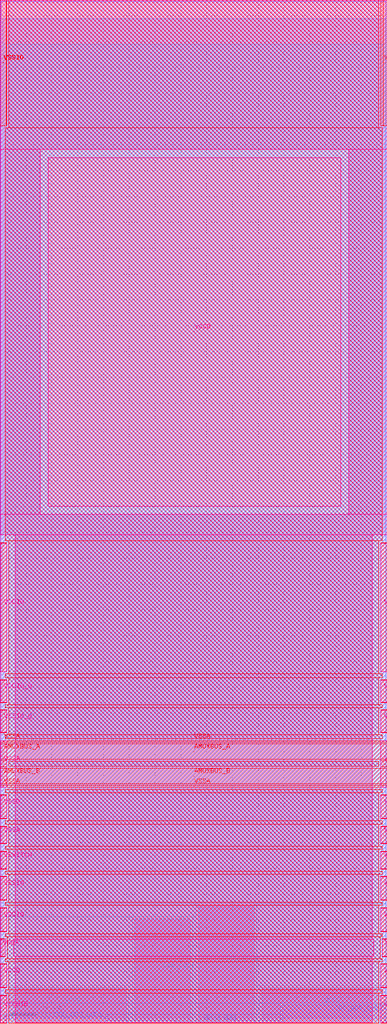
<source format=lef>
VERSION 5.7 ;
  NOWIREEXTENSIONATPIN ON ;
  DIVIDERCHAR "/" ;
  BUSBITCHARS "[]" ;
MACRO sky130_ef_io__vccd_lvc_pad
  CLASS PAD POWER ;
  FOREIGN sky130_ef_io__vccd_lvc_pad ;
  ORIGIN 0.000 0.000 ;
  SIZE 75.000 BY 197.965 ;
  PIN AMUXBUS_A
    DIRECTION INOUT ;
    USE SIGNAL ;
    PORT
      LAYER met4 ;
        RECT 0.000 51.090 75.000 54.070 ;
    END
    PORT
      LAYER met4 ;
        RECT 0.000 51.090 1.270 54.070 ;
    END
  END AMUXBUS_A
  PIN AMUXBUS_B
    DIRECTION INOUT ;
    USE SIGNAL ;
    PORT
      LAYER met4 ;
        RECT 0.000 46.330 75.000 49.310 ;
    END
    PORT
      LAYER met4 ;
        RECT 0.000 46.330 1.270 49.310 ;
    END
  END AMUXBUS_B
  PIN DRN_LVC1
    DIRECTION INOUT ;
    USE POWER ;
    PORT
      LAYER met3 ;
        RECT 26.000 -0.035 36.880 20.185 ;
    END
  END DRN_LVC1
  PIN DRN_LVC2
    DIRECTION INOUT ;
    USE POWER ;
    PORT
      LAYER met3 ;
        RECT 38.380 -0.035 49.255 22.865 ;
    END
  END DRN_LVC2
  PIN SRC_BDY_LVC1
    DIRECTION INOUT ;
    USE GROUND ;
    PORT
      LAYER met2 ;
        RECT 0.500 -0.035 20.495 1.450 ;
    END
  END SRC_BDY_LVC1
  PIN SRC_BDY_LVC2
    DIRECTION INOUT ;
    USE GROUND ;
    PORT
      LAYER met2 ;
        RECT 54.715 -0.035 74.700 3.625 ;
    END
  END SRC_BDY_LVC2
  PIN BDY2_B2B
    DIRECTION INOUT ;
    USE GROUND ;
    PORT
      LAYER met2 ;
        RECT 34.440 -0.035 44.440 0.290 ;
    END
  END BDY2_B2B
  PIN VSSA
    DIRECTION INOUT ;
    USE GROUND ;
    PORT
      LAYER met5 ;
        RECT 73.730 45.700 75.000 54.700 ;
    END
    PORT
      LAYER met5 ;
        RECT 73.730 34.805 75.000 38.050 ;
    END
    PORT
      LAYER met5 ;
        RECT 0.000 45.700 1.270 54.700 ;
    END
    PORT
      LAYER met5 ;
        RECT 0.000 34.805 1.270 38.050 ;
    END
    PORT
      LAYER met4 ;
        RECT 73.730 49.610 75.000 50.790 ;
    END
    PORT
      LAYER met4 ;
        RECT 0.000 54.370 75.000 54.700 ;
    END
    PORT
      LAYER met4 ;
        RECT 0.000 45.700 75.000 46.030 ;
    END
    PORT
      LAYER met4 ;
        RECT 73.730 34.700 75.000 38.150 ;
    END
    PORT
      LAYER met4 ;
        RECT 0.000 45.700 1.270 46.030 ;
    END
    PORT
      LAYER met4 ;
        RECT 0.000 49.610 1.270 50.790 ;
    END
    PORT
      LAYER met4 ;
        RECT 0.000 54.370 1.270 54.700 ;
    END
    PORT
      LAYER met4 ;
        RECT 0.000 34.700 1.270 38.150 ;
    END
  END VSSA
  PIN VDDA
    DIRECTION INOUT ;
    USE POWER ;
    PORT
      LAYER met5 ;
        RECT 74.035 13.000 75.000 16.250 ;
    END
    PORT
      LAYER met5 ;
        RECT 0.000 13.000 0.965 16.250 ;
    END
    PORT
      LAYER met4 ;
        RECT 74.035 12.900 75.000 16.350 ;
    END
    PORT
      LAYER met4 ;
        RECT 0.000 12.900 0.965 16.350 ;
    END
  END VDDA
  PIN VSWITCH
    DIRECTION INOUT ;
    USE POWER ;
    PORT
      LAYER met5 ;
        RECT 73.730 29.950 75.000 33.200 ;
    END
    PORT
      LAYER met5 ;
        RECT 0.000 29.950 1.270 33.200 ;
    END
    PORT
      LAYER met4 ;
        RECT 73.730 29.850 75.000 33.300 ;
    END
    PORT
      LAYER met4 ;
        RECT 0.000 29.850 1.270 33.300 ;
    END
  END VSWITCH
  PIN VDDIO_Q
    DIRECTION INOUT ;
    USE POWER ;
    PORT
      LAYER met5 ;
        RECT 73.730 62.150 75.000 66.400 ;
    END
    PORT
      LAYER met5 ;
        RECT 0.000 62.150 1.270 66.400 ;
    END
    PORT
      LAYER met4 ;
        RECT 73.730 62.050 75.000 66.500 ;
    END
    PORT
      LAYER met4 ;
        RECT 0.000 62.050 1.270 66.500 ;
    END
  END VDDIO_Q
  PIN VCCHIB
    DIRECTION INOUT ;
    USE POWER ;
    PORT
      LAYER met5 ;
        RECT 73.730 0.100 75.000 5.350 ;
    END
    PORT
      LAYER met5 ;
        RECT 0.000 0.100 1.270 5.350 ;
    END
    PORT
      LAYER met4 ;
        RECT 73.730 0.000 75.000 5.450 ;
    END
    PORT
      LAYER met4 ;
        RECT 0.000 0.000 1.270 5.450 ;
    END
  END VCCHIB
  PIN VDDIO
    DIRECTION INOUT ;
    USE POWER ;
    PORT
      LAYER met5 ;
        RECT 73.730 68.000 75.000 92.950 ;
    END
    PORT
      LAYER met5 ;
        RECT 73.730 17.850 75.000 22.300 ;
    END
    PORT
      LAYER met5 ;
        RECT 0.000 68.000 1.270 92.950 ;
    END
    PORT
      LAYER met5 ;
        RECT 0.000 17.850 1.270 22.300 ;
    END
    PORT
      LAYER met4 ;
        RECT 73.730 17.750 75.000 22.400 ;
    END
    PORT
      LAYER met4 ;
        RECT 73.730 68.000 75.000 92.965 ;
    END
    PORT
      LAYER met4 ;
        RECT 0.000 17.750 1.270 22.400 ;
    END
    PORT
      LAYER met4 ;
        RECT 0.000 68.000 1.270 92.965 ;
    END
  END VDDIO
  PIN VCCD
    DIRECTION INOUT ;
    USE POWER ;
    PORT
      LAYER met5 ;
        RECT 9.315 100.105 65.955 167.535 ;
    END
    PORT
      LAYER met3 ;
        RECT 50.755 -0.035 74.700 6.865 ;
    END
    PORT
      LAYER met3 ;
        RECT 0.500 -0.035 24.500 6.865 ;
    END
    PORT
      LAYER met5 ;
        RECT 73.730 6.950 75.000 11.400 ;
    END
    PORT
      LAYER met5 ;
        RECT 0.000 6.950 1.270 11.400 ;
    END
    PORT
      LAYER met4 ;
        RECT 73.730 6.850 75.000 11.500 ;
    END
    PORT
      LAYER met4 ;
        RECT 0.000 6.850 1.270 11.500 ;
    END
  END VCCD
  PIN VSSIO
    DIRECTION INOUT ;
    USE GROUND ;
    PORT
      LAYER met4 ;
        RECT 74.225 173.750 75.000 197.965 ;
    END
    PORT
      LAYER met4 ;
        RECT 0.000 173.750 1.205 197.965 ;
    END
    PORT
      LAYER met5 ;
        RECT 73.730 23.900 75.000 28.350 ;
    END
    PORT
      LAYER met5 ;
        RECT 0.000 23.900 1.270 28.350 ;
    END
    PORT
      LAYER met4 ;
        RECT 73.730 23.800 75.000 28.450 ;
    END
    PORT
      LAYER met4 ;
        RECT 73.730 173.750 75.000 197.965 ;
    END
    PORT
      LAYER met4 ;
        RECT 0.000 173.750 1.270 197.965 ;
    END
    PORT
      LAYER met4 ;
        RECT 0.000 23.800 1.270 28.450 ;
    END
  END VSSIO
  PIN VSSD
    DIRECTION INOUT ;
    USE GROUND ;
    PORT
      LAYER met5 ;
        RECT 73.730 39.650 75.000 44.100 ;
    END
    PORT
      LAYER met5 ;
        RECT 0.000 39.650 1.270 44.100 ;
    END
    PORT
      LAYER met4 ;
        RECT 73.730 39.550 75.000 44.200 ;
    END
    PORT
      LAYER met4 ;
        RECT 0.000 39.550 1.270 44.200 ;
    END
  END VSSD
  PIN VSSIO_Q
    DIRECTION INOUT ;
    USE GROUND ;
    PORT
      LAYER met5 ;
        RECT 73.730 56.300 75.000 60.550 ;
    END
    PORT
      LAYER met5 ;
        RECT 0.000 56.300 1.270 60.550 ;
    END
    PORT
      LAYER met4 ;
        RECT 73.730 56.200 75.000 60.650 ;
    END
    PORT
      LAYER met4 ;
        RECT 0.000 56.200 1.270 60.650 ;
    END
  END VSSIO_Q
  OBS
      LAYER li1 ;
        RECT 0.240 0.985 74.755 197.745 ;
      LAYER met1 ;
        RECT 0.120 0.000 74.785 197.805 ;
      LAYER met2 ;
        RECT 0.490 3.905 74.700 194.395 ;
        RECT 0.490 1.730 54.435 3.905 ;
        RECT 20.775 0.570 54.435 1.730 ;
        RECT 20.775 0.000 34.160 0.570 ;
        RECT 44.720 0.000 54.435 0.570 ;
      LAYER met3 ;
        RECT 0.490 23.265 74.700 189.480 ;
        RECT 0.490 20.585 37.980 23.265 ;
        RECT 0.490 7.265 25.600 20.585 ;
        RECT 24.900 0.000 25.600 7.265 ;
        RECT 37.280 0.000 37.980 20.585 ;
        RECT 49.655 7.265 74.700 23.265 ;
        RECT 49.655 0.000 50.355 7.265 ;
      LAYER met4 ;
        RECT 1.670 173.350 73.330 197.965 ;
        RECT 0.965 93.365 74.035 173.350 ;
        RECT 1.670 67.600 73.330 93.365 ;
        RECT 0.965 66.900 74.035 67.600 ;
        RECT 1.670 61.650 73.330 66.900 ;
        RECT 0.965 61.050 74.035 61.650 ;
        RECT 1.670 55.800 73.330 61.050 ;
        RECT 0.965 55.100 74.035 55.800 ;
        RECT 1.670 49.710 73.330 50.690 ;
        RECT 0.965 44.600 74.035 45.300 ;
        RECT 1.670 39.150 73.330 44.600 ;
        RECT 0.965 38.550 74.035 39.150 ;
        RECT 1.670 34.300 73.330 38.550 ;
        RECT 0.965 33.700 74.035 34.300 ;
        RECT 1.670 29.450 73.330 33.700 ;
        RECT 0.965 28.850 74.035 29.450 ;
        RECT 1.670 23.400 73.330 28.850 ;
        RECT 0.965 22.800 74.035 23.400 ;
        RECT 1.670 17.350 73.330 22.800 ;
        RECT 0.965 16.750 74.035 17.350 ;
        RECT 1.365 12.500 73.635 16.750 ;
        RECT 0.965 11.900 74.035 12.500 ;
        RECT 1.670 6.450 73.330 11.900 ;
        RECT 0.965 5.850 74.035 6.450 ;
        RECT 1.670 0.000 73.330 5.850 ;
      LAYER met5 ;
        RECT 0.000 169.135 75.000 197.965 ;
        RECT 0.000 98.505 7.715 169.135 ;
        RECT 67.555 98.505 75.000 169.135 ;
        RECT 0.000 94.550 75.000 98.505 ;
        RECT 2.870 16.250 72.130 94.550 ;
        RECT 2.565 13.000 72.435 16.250 ;
        RECT 2.870 0.100 72.130 13.000 ;
  END
END sky130_ef_io__vccd_lvc_pad
END LIBRARY


</source>
